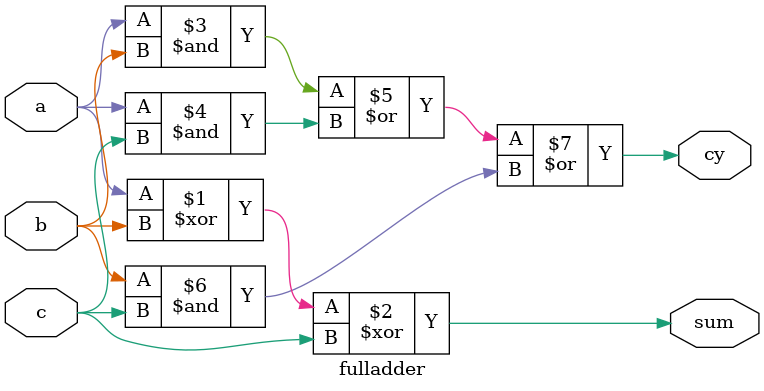
<source format=v>

module ripplecarry(a, b, cy_in, sum, cy_out);
  input  [3:0] a, b;
  input  cy_in;
  output [3:0] sum;
  output cy_out;
  wire [2:0] carry;

  fulladder fa0 (a[0], b[0], cy_in,    sum[0], carry[0]);
  fulladder fa1 (a[1], b[1], carry[0], sum[1], carry[1]);
  fulladder fa2 (a[2], b[2], carry[1], sum[2], carry[2]);
  fulladder fa3 (a[3], b[3], carry[2], sum[3], cy_out);

endmodule

module fulladder(a, b, c, sum, cy);
  input a, b, c;
  output sum, cy;

  assign sum = a ^ b ^ c;
  assign cy = (a & b) | (a & c) | (b & c);
  
endmodule

</source>
